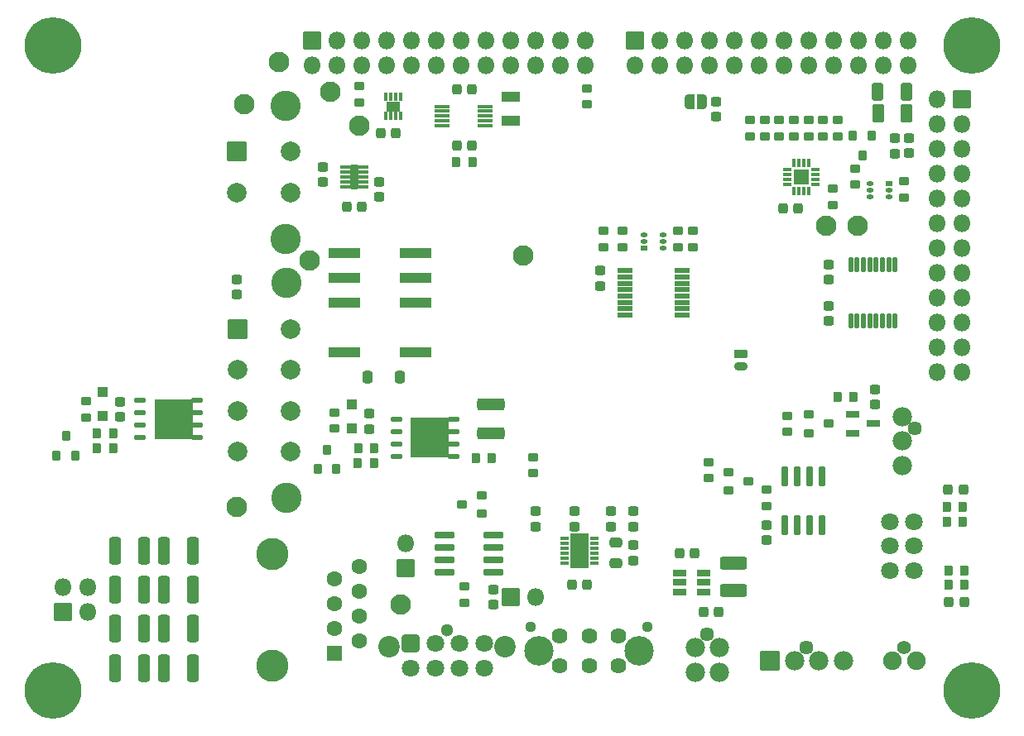
<source format=gbr>
%TF.GenerationSoftware,KiCad,Pcbnew,8.0.8*%
%TF.CreationDate,2025-02-06T17:20:13+00:00*%
%TF.ProjectId,mallow_adapt_v1.3,6d616c6c-6f77-45f6-9164-6170745f7631,rev?*%
%TF.SameCoordinates,Original*%
%TF.FileFunction,Soldermask,Bot*%
%TF.FilePolarity,Negative*%
%FSLAX46Y46*%
G04 Gerber Fmt 4.6, Leading zero omitted, Abs format (unit mm)*
G04 Created by KiCad (PCBNEW 8.0.8) date 2025-02-06 17:20:13*
%MOMM*%
%LPD*%
G01*
G04 APERTURE LIST*
G04 Aperture macros list*
%AMRoundRect*
0 Rectangle with rounded corners*
0 $1 Rounding radius*
0 $2 $3 $4 $5 $6 $7 $8 $9 X,Y pos of 4 corners*
0 Add a 4 corners polygon primitive as box body*
4,1,4,$2,$3,$4,$5,$6,$7,$8,$9,$2,$3,0*
0 Add four circle primitives for the rounded corners*
1,1,$1+$1,$2,$3*
1,1,$1+$1,$4,$5*
1,1,$1+$1,$6,$7*
1,1,$1+$1,$8,$9*
0 Add four rect primitives between the rounded corners*
20,1,$1+$1,$2,$3,$4,$5,0*
20,1,$1+$1,$4,$5,$6,$7,0*
20,1,$1+$1,$6,$7,$8,$9,0*
20,1,$1+$1,$8,$9,$2,$3,0*%
%AMFreePoly0*
4,1,35,0.535355,0.785355,0.550000,0.750000,0.550000,-0.750000,0.535355,-0.785355,0.500000,-0.800000,0.000000,-0.800000,-0.012286,-0.794911,-0.071157,-0.794911,-0.085244,-0.792886,-0.221795,-0.752791,-0.234740,-0.746879,-0.354462,-0.669938,-0.365217,-0.660618,-0.458414,-0.553063,-0.466109,-0.541091,-0.525228,-0.411637,-0.529237,-0.397982,-0.549491,-0.257116,-0.550000,-0.250000,-0.550000,0.250000,
-0.549491,0.257116,-0.529237,0.397982,-0.525228,0.411637,-0.466109,0.541091,-0.458414,0.553063,-0.365217,0.660618,-0.354462,0.669938,-0.234740,0.746879,-0.221795,0.752791,-0.085244,0.792886,-0.071157,0.794911,-0.012286,0.794911,0.000000,0.800000,0.500000,0.800000,0.535355,0.785355,0.535355,0.785355,$1*%
%AMFreePoly1*
4,1,35,0.012286,0.794911,0.071157,0.794911,0.085244,0.792886,0.221795,0.752791,0.234740,0.746879,0.354462,0.669938,0.365217,0.660618,0.458414,0.553063,0.466109,0.541091,0.525228,0.411637,0.529237,0.397982,0.549491,0.257116,0.550000,0.250000,0.550000,-0.250000,0.549491,-0.257116,0.529237,-0.397982,0.525228,-0.411637,0.466109,-0.541091,0.458414,-0.553063,0.365217,-0.660618,
0.354462,-0.669938,0.234740,-0.746879,0.221795,-0.752791,0.085244,-0.792886,0.071157,-0.794911,0.012286,-0.794911,0.000000,-0.800000,-0.500000,-0.800000,-0.535355,-0.785355,-0.550000,-0.750000,-0.550000,0.750000,-0.535355,0.785355,-0.500000,0.800000,0.000000,0.800000,0.012286,0.794911,0.012286,0.794911,$1*%
G04 Aperture macros list end*
%ADD10C,0.000000*%
%ADD11RoundRect,0.050000X0.300000X0.210000X-0.300000X0.210000X-0.300000X-0.210000X0.300000X-0.210000X0*%
%ADD12O,0.700000X0.520000*%
%ADD13RoundRect,0.050000X-0.508000X-0.203200X0.508000X-0.203200X0.508000X0.203200X-0.508000X0.203200X0*%
%ADD14RoundRect,0.050000X-1.910500X-1.954499X1.910500X-1.954499X1.910500X1.954499X-1.910500X1.954499X0*%
%ADD15RoundRect,0.050000X-0.150000X-0.400000X0.150000X-0.400000X0.150000X0.400000X-0.150000X0.400000X0*%
%ADD16RoundRect,0.050000X0.400000X-0.150000X0.400000X0.150000X-0.400000X0.150000X-0.400000X-0.150000X0*%
%ADD17RoundRect,0.050000X0.750000X-0.750000X0.750000X0.750000X-0.750000X0.750000X-0.750000X-0.750000X0*%
%ADD18RoundRect,0.050000X-0.625000X0.300000X-0.625000X-0.300000X0.625000X-0.300000X0.625000X0.300000X0*%
%ADD19RoundRect,0.050000X0.737500X-0.225000X0.737500X0.225000X-0.737500X0.225000X-0.737500X-0.225000X0*%
%ADD20RoundRect,0.271739X-0.353261X-1.128261X0.353261X-1.128261X0.353261X1.128261X-0.353261X1.128261X0*%
%ADD21RoundRect,0.271739X0.353261X1.128261X-0.353261X1.128261X-0.353261X-1.128261X0.353261X-1.128261X0*%
%ADD22RoundRect,0.225000X0.300000X-0.225000X0.300000X0.225000X-0.300000X0.225000X-0.300000X-0.225000X0*%
%ADD23RoundRect,0.050000X-0.850000X0.850000X-0.850000X-0.850000X0.850000X-0.850000X0.850000X0.850000X0*%
%ADD24O,1.800000X1.800000*%
%ADD25C,3.700000*%
%ADD26C,5.800000*%
%ADD27RoundRect,0.175000X-0.175000X0.850000X-0.175000X-0.850000X0.175000X-0.850000X0.175000X0.850000X0*%
%ADD28RoundRect,0.250000X-0.275000X0.250000X-0.275000X-0.250000X0.275000X-0.250000X0.275000X0.250000X0*%
%ADD29C,2.100000*%
%ADD30FreePoly0,180.000000*%
%ADD31FreePoly1,180.000000*%
%ADD32RoundRect,0.225000X0.225000X0.300000X-0.225000X0.300000X-0.225000X-0.300000X0.225000X-0.300000X0*%
%ADD33RoundRect,0.225000X-0.225000X-0.300000X0.225000X-0.300000X0.225000X0.300000X-0.225000X0.300000X0*%
%ADD34C,3.009999*%
%ADD35C,1.620000*%
%ADD36C,1.120000*%
%ADD37RoundRect,0.250000X0.275000X-0.250000X0.275000X0.250000X-0.275000X0.250000X-0.275000X-0.250000X0*%
%ADD38C,1.975000*%
%ADD39RoundRect,0.050000X-0.937500X-0.937500X0.937500X-0.937500X0.937500X0.937500X-0.937500X0.937500X0*%
%ADD40C,1.450000*%
%ADD41RoundRect,0.050000X0.150000X0.375000X-0.150000X0.375000X-0.150000X-0.375000X0.150000X-0.375000X0*%
%ADD42RoundRect,0.050000X-0.650000X0.450000X-0.650000X-0.450000X0.650000X-0.450000X0.650000X0.450000X0*%
%ADD43RoundRect,0.225000X-0.300000X0.225000X-0.300000X-0.225000X0.300000X-0.225000X0.300000X0.225000X0*%
%ADD44C,1.900000*%
%ADD45C,1.400000*%
%ADD46RoundRect,0.102000X0.300000X-0.400000X0.300000X0.400000X-0.300000X0.400000X-0.300000X-0.400000X0*%
%ADD47RoundRect,0.250000X0.250000X0.275000X-0.250000X0.275000X-0.250000X-0.275000X0.250000X-0.275000X0*%
%ADD48RoundRect,0.271739X0.353261X0.678261X-0.353261X0.678261X-0.353261X-0.678261X0.353261X-0.678261X0*%
%ADD49RoundRect,0.271739X1.128261X-0.353261X1.128261X0.353261X-1.128261X0.353261X-1.128261X-0.353261X0*%
%ADD50RoundRect,0.250000X-0.250000X-0.275000X0.250000X-0.275000X0.250000X0.275000X-0.250000X0.275000X0*%
%ADD51RoundRect,0.272222X-0.340278X-0.652778X0.340278X-0.652778X0.340278X0.652778X-0.340278X0.652778X0*%
%ADD52RoundRect,0.125000X-0.125000X0.662500X-0.125000X-0.662500X0.125000X-0.662500X0.125000X0.662500X0*%
%ADD53C,1.600000*%
%ADD54C,3.300000*%
%ADD55RoundRect,0.270000X1.105000X-0.405000X1.105000X0.405000X-1.105000X0.405000X-1.105000X-0.405000X0*%
%ADD56C,2.000000*%
%ADD57RoundRect,0.050000X0.950000X-0.950000X0.950000X0.950000X-0.950000X0.950000X-0.950000X-0.950000X0*%
%ADD58C,3.100000*%
%ADD59RoundRect,0.050000X-0.900000X0.500000X-0.900000X-0.500000X0.900000X-0.500000X0.900000X0.500000X0*%
%ADD60C,2.200000*%
%ADD61C,1.800000*%
%ADD62RoundRect,0.264706X-0.635294X-0.635294X0.635294X-0.635294X0.635294X0.635294X-0.635294X0.635294X0*%
%ADD63C,1.300000*%
%ADD64RoundRect,0.275000X0.275000X-0.275000X0.275000X0.275000X-0.275000X0.275000X-0.275000X-0.275000X0*%
%ADD65RoundRect,0.050000X0.900000X1.700000X-0.900000X1.700000X-0.900000X-1.700000X0.900000X-1.700000X0*%
%ADD66RoundRect,0.050000X-0.425000X0.150000X-0.425000X-0.150000X0.425000X-0.150000X0.425000X0.150000X0*%
%ADD67RoundRect,0.050000X-0.345000X-1.220000X0.345000X-1.220000X0.345000X1.220000X-0.345000X1.220000X0*%
%ADD68RoundRect,0.102000X0.400000X0.300000X-0.400000X0.300000X-0.400000X-0.300000X0.400000X-0.300000X0*%
%ADD69RoundRect,0.050000X-0.300000X-0.210000X0.300000X-0.210000X0.300000X0.210000X-0.300000X0.210000X0*%
%ADD70RoundRect,0.050000X-0.850000X-0.850000X0.850000X-0.850000X0.850000X0.850000X-0.850000X0.850000X0*%
%ADD71RoundRect,0.102000X-0.400000X-0.300000X0.400000X-0.300000X0.400000X0.300000X-0.400000X0.300000X0*%
%ADD72RoundRect,0.050000X1.580000X-0.500000X1.580000X0.500000X-1.580000X0.500000X-1.580000X-0.500000X0*%
%ADD73RoundRect,0.250000X-0.250000X-0.400000X0.250000X-0.400000X0.250000X0.400000X-0.250000X0.400000X0*%
%ADD74RoundRect,0.050000X0.850000X0.850000X-0.850000X0.850000X-0.850000X-0.850000X0.850000X-0.850000X0*%
%ADD75RoundRect,0.175000X-0.850000X-0.175000X0.850000X-0.175000X0.850000X0.175000X-0.850000X0.175000X0*%
%ADD76RoundRect,0.243750X0.406250X-0.243750X0.406250X0.243750X-0.406250X0.243750X-0.406250X-0.243750X0*%
%ADD77RoundRect,0.225000X-0.475000X0.225000X-0.475000X-0.225000X0.475000X-0.225000X0.475000X0.225000X0*%
%ADD78O,1.400000X0.900000*%
%ADD79RoundRect,0.102000X-0.300000X0.400000X-0.300000X-0.400000X0.300000X-0.400000X0.300000X0.400000X0*%
%ADD80RoundRect,0.050000X0.700000X-0.150000X0.700000X0.150000X-0.700000X0.150000X-0.700000X-0.150000X0*%
G04 APERTURE END LIST*
D10*
%TO.C,Q15*%
G36*
X40477010Y19539200D02*
G01*
X39461010Y19539200D01*
X39461010Y18675600D01*
X40477010Y18675600D01*
X40477010Y18269200D01*
X39461010Y18269200D01*
X39461010Y17405600D01*
X40477010Y17405600D01*
X40477010Y16999200D01*
X39461010Y16999200D01*
X39461010Y16135600D01*
X40477010Y16135600D01*
X40477010Y15729200D01*
X39461010Y15729200D01*
X39461010Y15881600D01*
X35625610Y15881600D01*
X35625610Y19793200D01*
X39461010Y19793200D01*
X39461010Y19945600D01*
X40477010Y19945600D01*
X40477010Y19539200D01*
G37*
%TO.C,Q7*%
G36*
X14279010Y21440982D02*
G01*
X13263010Y21440982D01*
X13263010Y20577382D01*
X14279010Y20577382D01*
X14279010Y20170982D01*
X13263010Y20170982D01*
X13263010Y19307382D01*
X14279010Y19307382D01*
X14279010Y18900982D01*
X13263010Y18900982D01*
X13263010Y18037382D01*
X14279010Y18037382D01*
X14279010Y17630982D01*
X13263010Y17630982D01*
X13263010Y17783382D01*
X9427610Y17783382D01*
X9427610Y21694982D01*
X13263010Y21694982D01*
X13263010Y21847382D01*
X14279010Y21847382D01*
X14279010Y21440982D01*
G37*
%TD*%
D11*
%TO.C,U14*%
X84500012Y43824998D03*
D12*
X84500012Y43174999D03*
X84500012Y42525000D03*
X82600010Y42525000D03*
X82600010Y43174999D03*
X82600010Y43824998D03*
%TD*%
D13*
%TO.C,Q15*%
X34127010Y15932400D03*
X34127010Y17202400D03*
X34127010Y18472400D03*
X34127010Y19742400D03*
X39969010Y19742400D03*
X39969010Y18472400D03*
X39969010Y17202400D03*
D14*
X37550510Y17838701D03*
D13*
X39969010Y15932400D03*
%TD*%
%TO.C,Q7*%
X7929010Y17834182D03*
X7929010Y19104182D03*
X7929010Y20374182D03*
X7929010Y21644182D03*
X13771010Y21644182D03*
X13771010Y20374182D03*
X13771010Y19104182D03*
D14*
X11352510Y19740483D03*
D13*
X13771010Y17834182D03*
%TD*%
D15*
%TO.C,IC5*%
X76300010Y43075000D03*
X75800010Y43075000D03*
X75300010Y43075000D03*
X74800010Y43075000D03*
D16*
X74100010Y43775000D03*
X74100010Y44275000D03*
X74100010Y44775000D03*
X74100010Y45275000D03*
D15*
X74800010Y45975000D03*
X75300010Y45975000D03*
X75800010Y45975000D03*
X76300010Y45975000D03*
D16*
X77000010Y45275000D03*
X77000010Y44775000D03*
X77000010Y44275000D03*
X77000010Y43775000D03*
D17*
X75550010Y44525000D03*
%TD*%
D18*
%TO.C,IC4*%
X63075010Y2075000D03*
X63075010Y3025000D03*
X63075010Y3975000D03*
X65575010Y3975000D03*
X65575010Y3025000D03*
X65575010Y2075000D03*
%TD*%
D19*
%TO.C,IC3*%
X63388011Y34950000D03*
X63388011Y34300000D03*
X63388011Y33650000D03*
X63388011Y33000000D03*
X63388011Y32350000D03*
X63388011Y31700000D03*
X63388011Y31050000D03*
X63388011Y30400000D03*
X57512011Y30400000D03*
X57512011Y31050000D03*
X57512011Y31700000D03*
X57512011Y32350000D03*
X57512011Y33000000D03*
X57512011Y33650000D03*
X57512011Y34300000D03*
X57512011Y34950000D03*
%TD*%
D20*
%TO.C,C41*%
X8337506Y-1725000D03*
X5387506Y-1725000D03*
%TD*%
%TO.C,C39*%
X8337506Y2275000D03*
X5387506Y2275000D03*
%TD*%
D21*
%TO.C,C36*%
X10387506Y2275000D03*
X13337506Y2275000D03*
%TD*%
D20*
%TO.C,C35*%
X8337506Y6275000D03*
X5387506Y6275000D03*
%TD*%
D21*
%TO.C,C33*%
X10387506Y-1725000D03*
X13337506Y-1725000D03*
%TD*%
%TO.C,C32*%
X13337506Y6275000D03*
X10387506Y6275000D03*
%TD*%
%TO.C,C31*%
X10387506Y-5725000D03*
X13337506Y-5725000D03*
%TD*%
D22*
%TO.C,R4*%
X76300010Y48725000D03*
X76300010Y50375000D03*
%TD*%
D23*
%TO.C,JP3*%
X45850010Y1525000D03*
D24*
X48390010Y1525000D03*
%TD*%
D20*
%TO.C,C43*%
X8337506Y-5725000D03*
X5387506Y-5725000D03*
%TD*%
D25*
%TO.C,H1*%
X93000000Y58000000D03*
D26*
X93000000Y58000000D03*
%TD*%
D25*
%TO.C,H4*%
X93000000Y-8000000D03*
D26*
X93000000Y-8000000D03*
%TD*%
D25*
%TO.C,H3*%
X-999990Y-8000000D03*
D26*
X-999990Y-8000000D03*
%TD*%
D25*
%TO.C,H2*%
X-999990Y58000000D03*
D26*
X-999990Y58000000D03*
%TD*%
D27*
%TO.C,U7*%
X73845010Y13850000D03*
X75115010Y13850000D03*
X76385010Y13850000D03*
X77655010Y13850000D03*
X77655010Y8900000D03*
X76385010Y8900000D03*
X75115010Y8900000D03*
X73845010Y8900000D03*
%TD*%
D28*
%TO.C,C24*%
X32350010Y44050000D03*
X32350010Y42500000D03*
%TD*%
D29*
%TO.C,TP5*%
X78100010Y39525000D03*
%TD*%
D30*
%TO.C,JP2*%
X65400010Y52275000D03*
D31*
X64100010Y52275000D03*
%TD*%
D32*
%TO.C,R78*%
X80925010Y22025000D03*
X79275010Y22025000D03*
%TD*%
D33*
%TO.C,R17*%
X90450010Y10775000D03*
X92100010Y10775000D03*
%TD*%
D34*
%TO.C,J5*%
X59000008Y-3974999D03*
X48700014Y-3974999D03*
D35*
X56850010Y-2475000D03*
X53850011Y-2475000D03*
X50850012Y-2475000D03*
X56850010Y-5474999D03*
X53850011Y-5474999D03*
X50850012Y-5474999D03*
D36*
X47850013Y-1534999D03*
X59849989Y-1534999D03*
%TD*%
D37*
%TO.C,C78*%
X52350010Y8750000D03*
X52350010Y10300000D03*
%TD*%
D29*
%TO.C,TP3*%
X25250010Y35975000D03*
%TD*%
%TO.C,TP13*%
X47100010Y36525000D03*
%TD*%
D38*
%TO.C,J4*%
X79850010Y-4975000D03*
X77350010Y-4975000D03*
X74850010Y-4975000D03*
D39*
X72350010Y-4975000D03*
D40*
X76100010Y-3635000D03*
%TD*%
D41*
%TO.C,U11*%
X33050010Y52775000D03*
X33550010Y52775000D03*
X34050010Y52775000D03*
X34550010Y52775000D03*
X34550010Y50775000D03*
X34050010Y50775000D03*
X33550010Y50775000D03*
X33050010Y50775000D03*
D42*
X33800010Y51775000D03*
%TD*%
D43*
%TO.C,R75*%
X73300010Y50350000D03*
X73300010Y48700000D03*
%TD*%
D44*
%TO.C,J3*%
X87350010Y-4975000D03*
X84850010Y-4975000D03*
D45*
X86100010Y-3635000D03*
%TD*%
D46*
%TO.C,Q13*%
X28000010Y14615000D03*
X26100010Y14615000D03*
X27050010Y16635000D03*
%TD*%
D23*
%TO.C,X19*%
X58520009Y58499972D03*
D24*
X58520009Y55959972D03*
X61060009Y58499972D03*
X61060009Y55959972D03*
X63600009Y58499972D03*
X63600009Y55959972D03*
X66140009Y58499972D03*
X66140009Y55959972D03*
X68680009Y58499972D03*
X68680009Y55959972D03*
X71220009Y58499972D03*
X71220009Y55959972D03*
X73760009Y58499972D03*
X73760009Y55959972D03*
X76300009Y58499972D03*
X76300009Y55959972D03*
X78840009Y58499972D03*
X78840009Y55959972D03*
X81380009Y58499972D03*
X81380009Y55959972D03*
X83920009Y58499972D03*
X83920009Y55959972D03*
X86460009Y58499972D03*
X86460009Y55959972D03*
%TD*%
D22*
%TO.C,R56*%
X57262011Y37350000D03*
X57262011Y39000000D03*
%TD*%
D47*
%TO.C,C19*%
X92125010Y12525000D03*
X90575010Y12525000D03*
%TD*%
D48*
%TO.C,C51*%
X86350010Y51025000D03*
X83400010Y51025000D03*
%TD*%
D22*
%TO.C,R15*%
X55350010Y37350000D03*
X55350010Y39000000D03*
%TD*%
D49*
%TO.C,C12*%
X43850010Y18300000D03*
X43850010Y21250000D03*
%TD*%
D38*
%TO.C,J8*%
X85850010Y15025000D03*
X85850010Y17525000D03*
X85850010Y20025000D03*
D40*
X87190010Y18775000D03*
%TD*%
D43*
%TO.C,R71*%
X70300010Y50350000D03*
X70300010Y48700000D03*
%TD*%
D50*
%TO.C,C3*%
X65550010Y25000D03*
X67100010Y25000D03*
%TD*%
D51*
%TO.C,R29*%
X83387510Y53275000D03*
X86312510Y53275000D03*
%TD*%
D52*
%TO.C,U17*%
X80600010Y35550000D03*
X81250010Y35550000D03*
X81900010Y35550000D03*
X82550010Y35550000D03*
X83200010Y35550000D03*
X83850010Y35550000D03*
X84500010Y35550000D03*
X85150010Y35550000D03*
X85150010Y29825000D03*
X84500010Y29825000D03*
X83850010Y29825000D03*
X83200010Y29825000D03*
X82550010Y29825000D03*
X81900010Y29825000D03*
X81250010Y29825000D03*
X80600010Y29825000D03*
%TD*%
D53*
%TO.C,J9*%
X30350010Y4645000D03*
X27810010Y3375000D03*
X30350010Y2105000D03*
X27810010Y835000D03*
X30350010Y-435000D03*
X27810010Y-1705000D03*
X30350010Y-2975000D03*
D17*
X27810010Y-4245000D03*
D54*
X21460010Y5915000D03*
X21460010Y-5515000D03*
%TD*%
D32*
%TO.C,R68*%
X43925010Y15775000D03*
X42275010Y15775000D03*
%TD*%
D50*
%TO.C,C64*%
X40325010Y47775000D03*
X41875010Y47775000D03*
%TD*%
D22*
%TO.C,R63*%
X74100010Y18450000D03*
X74100010Y20100000D03*
%TD*%
D29*
%TO.C,TP11*%
X17850010Y10775000D03*
%TD*%
D18*
%TO.C,Q21*%
X80800010Y18320000D03*
X80800010Y20230000D03*
X82900010Y19275000D03*
%TD*%
D37*
%TO.C,C16*%
X17850010Y32500000D03*
X17850010Y34050000D03*
%TD*%
D55*
%TO.C,L2*%
X68600010Y2225000D03*
X68600010Y5025000D03*
%TD*%
D56*
%TO.C,J1*%
X23300010Y42925000D03*
X23300010Y47125000D03*
X17800010Y42925000D03*
D57*
X17800010Y47125000D03*
D58*
X22840010Y51825000D03*
X22840010Y38225000D03*
%TD*%
D43*
%TO.C,R77*%
X77800010Y50350000D03*
X77800010Y48700000D03*
%TD*%
D37*
%TO.C,C73*%
X58350010Y8750000D03*
X58350010Y10300000D03*
%TD*%
D22*
%TO.C,R54*%
X62950011Y37350000D03*
X62950011Y39000000D03*
%TD*%
%TO.C,R2*%
X53600010Y51950000D03*
X53600010Y53600000D03*
%TD*%
D32*
%TO.C,R24*%
X5200010Y18295000D03*
X3550010Y18295000D03*
%TD*%
D43*
%TO.C,R48*%
X41075010Y2600000D03*
X41075010Y950000D03*
%TD*%
D22*
%TO.C,R72*%
X86100010Y42450000D03*
X86100010Y44100000D03*
%TD*%
D59*
%TO.C,Y1*%
X45850010Y50275000D03*
X45850010Y52775000D03*
%TD*%
D37*
%TO.C,C79*%
X78350010Y29775000D03*
X78350010Y31325000D03*
%TD*%
D60*
%TO.C,J6*%
X45269988Y-3514999D03*
X33430012Y-3514999D03*
D61*
X43100010Y-5725000D03*
X40600010Y-5725000D03*
X38100010Y-5725000D03*
X35600010Y-5725000D03*
X43100010Y-3225000D03*
X40600010Y-3225000D03*
X38100010Y-3225000D03*
D62*
X35600010Y-3225000D03*
D63*
X39350010Y-1885000D03*
%TD*%
D23*
%TO.C,X10*%
X25500010Y58500000D03*
D24*
X25500010Y55960000D03*
X28040010Y58500000D03*
X28040010Y55960000D03*
X30580010Y58500000D03*
X30580010Y55960000D03*
X33120010Y58500000D03*
X33120010Y55960000D03*
X35660010Y58500000D03*
X35660010Y55960000D03*
X38200010Y58500000D03*
X38200010Y55960000D03*
X40740010Y58500000D03*
X40740010Y55960000D03*
X43280010Y58500000D03*
X43280010Y55960000D03*
X45820010Y58500000D03*
X45820010Y55960000D03*
X48360010Y58500000D03*
X48360010Y55960000D03*
X50900010Y58500000D03*
X50900010Y55960000D03*
X53440010Y58500000D03*
X53440010Y55960000D03*
%TD*%
D50*
%TO.C,C18*%
X29075010Y41525000D03*
X30625010Y41525000D03*
%TD*%
D43*
%TO.C,R70*%
X79300010Y50350000D03*
X79300010Y48700000D03*
%TD*%
D47*
%TO.C,C15*%
X92210727Y1025000D03*
X90660727Y1025000D03*
%TD*%
D22*
%TO.C,R57*%
X78800010Y41700000D03*
X78800010Y43350000D03*
%TD*%
D64*
%TO.C,D6*%
X29600010Y18775000D03*
X29600010Y21275000D03*
%TD*%
D37*
%TO.C,C59*%
X31350010Y18750000D03*
X31350010Y20300000D03*
%TD*%
D56*
%TO.C,J10*%
X23362511Y16400000D03*
X23362511Y20600000D03*
X23362511Y24800000D03*
X23362511Y29000000D03*
X17862511Y16400000D03*
X17862511Y20600000D03*
X17862511Y24800000D03*
D57*
X17862511Y29000000D03*
D58*
X22902511Y33700000D03*
X22902511Y11700000D03*
%TD*%
D29*
%TO.C,TP4*%
X81350010Y39525000D03*
%TD*%
D16*
%TO.C,U16*%
X54375010Y7525000D03*
X54375010Y7025000D03*
X54375010Y6525000D03*
X54375010Y6025000D03*
X54375010Y5525000D03*
X54375010Y5025000D03*
X51375010Y5025000D03*
X51375010Y5525000D03*
X51375010Y6025000D03*
X51375010Y6525000D03*
X51375010Y7025000D03*
X51375010Y7525000D03*
D65*
X52875010Y6275000D03*
%TD*%
D29*
%TO.C,TP12*%
X30350010Y49775000D03*
%TD*%
D66*
%TO.C,IC2*%
X28900010Y43525000D03*
X28900010Y44025000D03*
X28900010Y44525000D03*
X28900010Y45025000D03*
X28900010Y45525000D03*
X30800010Y45525000D03*
X30800010Y45025000D03*
X30800010Y44525000D03*
X30800010Y44025000D03*
X30800010Y43525000D03*
D67*
X29850010Y44525000D03*
%TD*%
D68*
%TO.C,Q12*%
X42870010Y11975000D03*
X42870010Y10075000D03*
X40850010Y11025000D03*
%TD*%
D47*
%TO.C,C76*%
X53650010Y2775000D03*
X52100010Y2775000D03*
%TD*%
D33*
%TO.C,R25*%
X3550010Y16795000D03*
X5200010Y16795000D03*
%TD*%
D32*
%TO.C,R51*%
X31875010Y16775000D03*
X30225010Y16775000D03*
%TD*%
D43*
%TO.C,R74*%
X71800010Y50350000D03*
X71800010Y48700000D03*
%TD*%
D37*
%TO.C,C74*%
X56100010Y8750000D03*
X56100010Y10300000D03*
%TD*%
D38*
%TO.C,J2*%
X67190010Y-6155000D03*
X67190010Y-3655000D03*
X64690010Y-6155000D03*
X64690010Y-3655000D03*
D40*
X65940010Y-2315000D03*
%TD*%
D43*
%TO.C,R55*%
X72000010Y12500000D03*
X72000010Y10850000D03*
%TD*%
%TO.C,R50*%
X64450011Y39000000D03*
X64450011Y37350000D03*
%TD*%
D28*
%TO.C,C61*%
X72000010Y8900000D03*
X72000010Y7350000D03*
%TD*%
D69*
%TO.C,U6*%
X59500010Y37275001D03*
D12*
X59500010Y37925000D03*
X59500010Y38574999D03*
X61400012Y38574999D03*
X61400012Y37925000D03*
X61400012Y37275001D03*
%TD*%
D70*
%TO.C,X5*%
X38Y4D03*
D24*
X2540038Y4D03*
X38Y2540004D03*
X2540038Y2540004D03*
%TD*%
D32*
%TO.C,R20*%
X92250010Y4275000D03*
X90600010Y4275000D03*
%TD*%
D71*
%TO.C,Q14*%
X68090947Y12430595D03*
X68090947Y14330595D03*
X70110947Y13380595D03*
%TD*%
D28*
%TO.C,C11*%
X55012011Y34950000D03*
X55012011Y33400000D03*
%TD*%
D72*
%TO.C,RL1*%
X28850010Y26595000D03*
X28850010Y31675000D03*
X28850010Y34215000D03*
X28850010Y36755000D03*
X36090010Y36755000D03*
X36090010Y34215000D03*
X36090010Y31675000D03*
X36090010Y26595000D03*
%TD*%
D29*
%TO.C,TP1*%
X18600010Y52025000D03*
%TD*%
D32*
%TO.C,R62*%
X41931487Y46065751D03*
X40281487Y46065751D03*
%TD*%
D33*
%TO.C,R18*%
X90450010Y9275000D03*
X92100010Y9275000D03*
%TD*%
D43*
%TO.C,R76*%
X74800010Y50350000D03*
X74800010Y48700000D03*
%TD*%
D22*
%TO.C,R52*%
X27850010Y18775000D03*
X27850010Y20425000D03*
%TD*%
D73*
%TO.C,D7*%
X31200010Y24025000D03*
X34500010Y24025000D03*
%TD*%
D28*
%TO.C,C77*%
X78350010Y35575000D03*
X78350010Y34025000D03*
%TD*%
%TO.C,C56*%
X44075010Y2300000D03*
X44075010Y750000D03*
%TD*%
D32*
%TO.C,R49*%
X31850010Y15275000D03*
X30200010Y15275000D03*
%TD*%
D22*
%TO.C,R22*%
X2375010Y19909182D03*
X2375010Y21559182D03*
%TD*%
D32*
%TO.C,R19*%
X92250010Y2775000D03*
X90600010Y2775000D03*
%TD*%
D64*
%TO.C,D2*%
X4125010Y20045000D03*
X4125010Y22545000D03*
%TD*%
D47*
%TO.C,C65*%
X34100010Y49025000D03*
X32550010Y49025000D03*
%TD*%
%TO.C,C71*%
X75252481Y41330402D03*
X73702481Y41330402D03*
%TD*%
D74*
%TO.C,X16*%
X92000002Y52499976D03*
D24*
X89460002Y52499976D03*
X92000002Y49959976D03*
X89460002Y49959976D03*
X92000002Y47419976D03*
X89460002Y47419976D03*
X92000002Y44879976D03*
X89460002Y44879976D03*
X92000002Y42339976D03*
X89460002Y42339976D03*
X92000002Y39799976D03*
X89460002Y39799976D03*
X92000002Y37259976D03*
X89460002Y37259976D03*
X92000002Y34719976D03*
X89460002Y34719976D03*
X92000002Y32179976D03*
X89460002Y32179976D03*
X92000002Y29639976D03*
X89460002Y29639976D03*
X92000002Y27099976D03*
X89460002Y27099976D03*
X92000002Y24559976D03*
X89460002Y24559976D03*
%TD*%
D37*
%TO.C,C22*%
X26600010Y44000000D03*
X26600010Y45550000D03*
%TD*%
%TO.C,C17*%
X5875010Y19959182D03*
X5875010Y21509182D03*
%TD*%
D47*
%TO.C,C4*%
X64650010Y6025000D03*
X63100010Y6025000D03*
%TD*%
D22*
%TO.C,R44*%
X48100010Y14200000D03*
X48100010Y15850000D03*
%TD*%
D61*
%TO.C,J7*%
X84600010Y4275000D03*
X84600010Y6775000D03*
X84600010Y9275000D03*
X87100010Y4275000D03*
X87100010Y6775000D03*
X87100010Y9275000D03*
%TD*%
D75*
%TO.C,U4*%
X39083108Y4101343D03*
X39083108Y5371343D03*
X39083108Y6641343D03*
X39083108Y7911343D03*
X44033108Y7911343D03*
X44033108Y6641343D03*
X44033108Y5371343D03*
X44033108Y4101343D03*
%TD*%
D76*
%TO.C,L1*%
X56625010Y4962500D03*
X56625010Y7087500D03*
%TD*%
D28*
%TO.C,C20*%
X66850010Y50725000D03*
X66850010Y52275000D03*
%TD*%
D37*
%TO.C,C2*%
X85100010Y46950000D03*
X85100010Y48500000D03*
%TD*%
D29*
%TO.C,TP9*%
X22100010Y56275000D03*
%TD*%
D50*
%TO.C,C67*%
X40325010Y53525000D03*
X41875010Y53525000D03*
%TD*%
D29*
%TO.C,TP2*%
X34600010Y775000D03*
%TD*%
D37*
%TO.C,C80*%
X48350010Y8750000D03*
X48350010Y10300000D03*
%TD*%
D77*
%TO.C,J11*%
X69400010Y26400000D03*
D78*
X69400010Y25150000D03*
%TD*%
D79*
%TO.C,Q19*%
X80850010Y48785000D03*
X82750010Y48785000D03*
X81800010Y46765000D03*
%TD*%
D43*
%TO.C,R73*%
X81100010Y45425000D03*
X81100010Y43775000D03*
%TD*%
D80*
%TO.C,U10*%
X43250010Y51775000D03*
X43250010Y51275000D03*
X43250010Y50775000D03*
X43250010Y50275000D03*
X43250010Y49775000D03*
X38850010Y49775000D03*
X38850010Y50275000D03*
X38850010Y50775000D03*
X38850010Y51275000D03*
X38850010Y51775000D03*
%TD*%
D28*
%TO.C,C1*%
X86600010Y48550000D03*
X86600010Y47000000D03*
%TD*%
D22*
%TO.C,R53*%
X66100010Y13700000D03*
X66100010Y15350000D03*
%TD*%
D46*
%TO.C,Q8*%
X1300010Y16015000D03*
X-599990Y16015000D03*
X350010Y18035000D03*
%TD*%
D71*
%TO.C,Q20*%
X76330010Y18325000D03*
X76330010Y20225000D03*
X78350010Y19275000D03*
%TD*%
D29*
%TO.C,TP10*%
X27350010Y53275000D03*
%TD*%
D37*
%TO.C,C26*%
X83100010Y21250000D03*
X83100010Y22800000D03*
%TD*%
D28*
%TO.C,C75*%
X58375010Y6825000D03*
X58375010Y5275000D03*
%TD*%
D22*
%TO.C,R1*%
X30350010Y52200000D03*
X30350010Y53850000D03*
%TD*%
D70*
%TO.C,JP1*%
X35100010Y4500000D03*
D24*
X35100010Y7040000D03*
%TD*%
M02*

</source>
